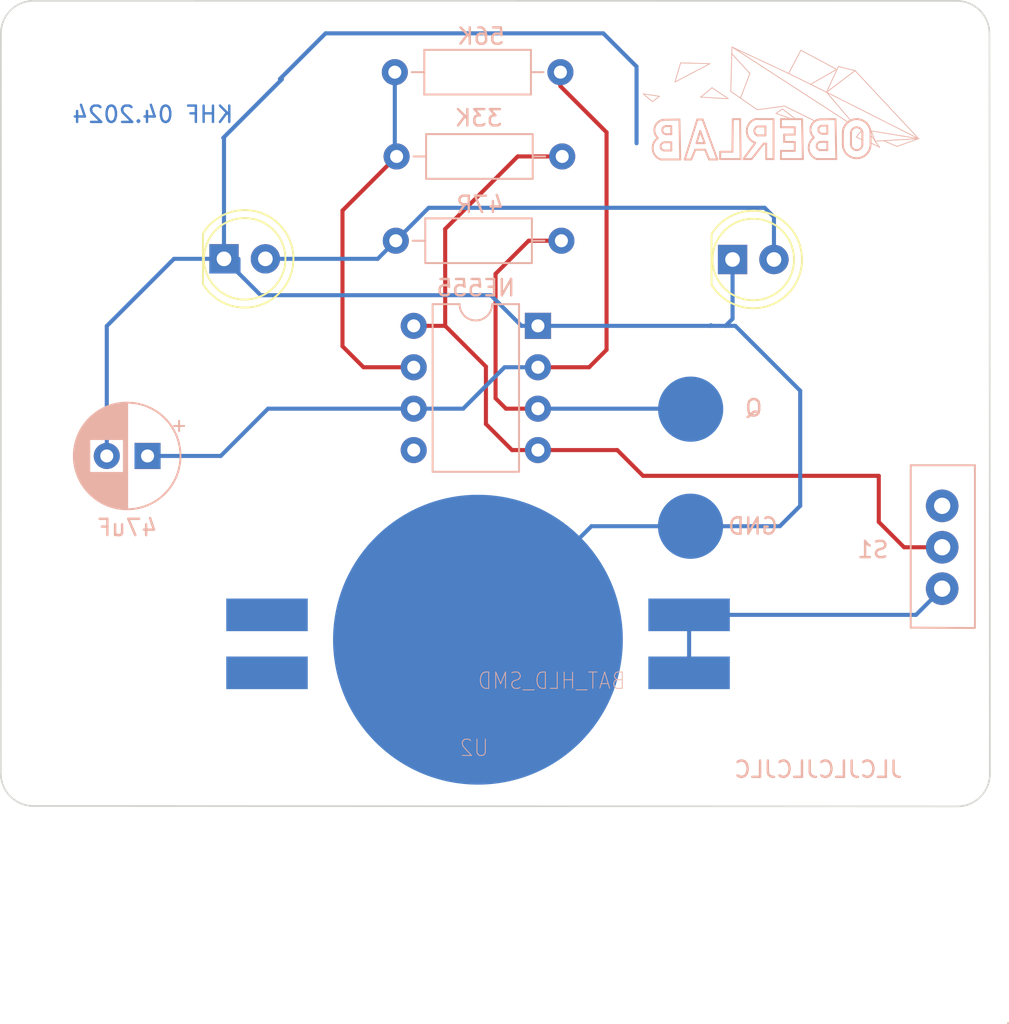
<source format=kicad_pcb>
(kicad_pcb (version 20221018) (generator pcbnew)
  (layers (0 "F.Cu" signal) (31 "B.Cu" signal) (34 "B.Paste" user) (35 "F.Paste" user) (36 "B.SilkS" user "B.Silkscreen") (37 "F.SilkS" user "F.Silkscreen") (38 "B.Mask" user) (39 "F.Mask" user) (44 "Edge.Cuts" user))
  (net 0 "")
  (net 1 "Net-(U1-THR)")
  (net 2 "Net-(D1-K)")
  (net 3 "Net-(D1-A)")
  (net 4 "Net-(U1-DIS)")
  (net 5 "Net-(S1-E)")
  (net 6 "Net-(U1-Q)")
  (net 7 "Net-(S1-A-Pad1)")
  (footprint "LED_THT:LED_D5.0mm" (layer "F.Cu") (at 142.88 59.87)
    (fp_text reference "D2")
    (fp_text value "LED")
    (fp_line (start -1.29 -1.545) (end -1.29 1.545) (stroke (width 0.12)) (layer "F.SilkS"))
    (fp_arc (start -1.29 -1.54483) (mid 2.072002 -2.880433) (end 4.26 0.000462) (stroke (width 0.12)) (layer "F.SilkS"))
    (fp_arc (start 4.26 -0.000462) (mid 2.072002 2.880433) (end -1.29 1.54483) (stroke (width 0.12)) (layer "F.SilkS"))
    (fp_circle (center 1.27 0) (end 3.77 0) (stroke (width 0.12)) (fill none) (layer "F.SilkS"))
    (pad "1" thru_hole rect (at 0 0) (size 1.8 1.8) (drill 0.9) (layers "*.Cu" "*.Mask") (net 2 "Net-(D1-K)"))
    (pad "2" thru_hole circle (at 2.54 0) (size 1.8 1.8) (drill 0.9) (layers "*.Cu" "*.Mask") (net 3 "Net-(D1-A)"))
  )
  (footprint "LED_THT:LED_D5.0mm" (layer "F.Cu") (at 111.68 59.83)
    (fp_text reference "D1")
    (fp_text value "LED")
    (fp_line (start -1.29 -1.545) (end -1.29 1.545) (stroke (width 0.12)) (layer "F.SilkS"))
    (fp_arc (start -1.29 -1.54483) (mid 2.072002 -2.880433) (end 4.26 0.000462) (stroke (width 0.12)) (layer "F.SilkS"))
    (fp_arc (start 4.26 -0.000462) (mid 2.072002 2.880433) (end -1.29 1.54483) (stroke (width 0.12)) (layer "F.SilkS"))
    (fp_circle (center 1.27 0) (end 3.77 0) (stroke (width 0.12)) (fill none) (layer "F.SilkS"))
    (pad "1" thru_hole rect (at 0 0) (size 1.8 1.8) (drill 0.9) (layers "*.Cu" "*.Mask") (net 2 "Net-(D1-K)"))
    (pad "2" thru_hole circle (at 2.54 0) (size 1.8 1.8) (drill 0.9) (layers "*.Cu" "*.Mask") (net 3 "Net-(D1-A)"))
  )
  (footprint "!Goody:ob-logo_B.SilkS" (layer "F.Cu") (at 151.17 67.66)
    (fp_text reference "G***" hide)
    (fp_text value "LOGO" hide)
    (fp_line (start -13.775 -17.95) (end -13.2 -17.475) (stroke (width 0.05)) (layer "B.SilkS"))
    (fp_line (start -13.2 -17.475) (end -12.775 -17.8) (stroke (width 0.05)) (layer "B.SilkS"))
    (fp_line (start -12.775 -17.8) (end -13.775 -17.95) (stroke (width 0.05)) (layer "B.SilkS"))
    (fp_line (start -12.45 -16.361395) (end -11.55 -16.375) (stroke (width 0.12)) (layer "B.SilkS"))
    (fp_line (start -12.050001 -14.97995) (end -12.450001 -14.97995) (stroke (width 0.12)) (layer "B.SilkS"))
    (fp_line (start -12.05 -15.975) (end -12.3 -15.975) (stroke (width 0.12)) (layer "B.SilkS"))
    (fp_line (start -12.05 -15.925) (end -12.05 -15.475) (stroke (width 0.12)) (layer "B.SilkS"))
    (fp_line (start -12.05 -15.475) (end -12.35 -15.475) (stroke (width 0.12)) (layer "B.SilkS"))
    (fp_line (start -12.05 -14.975) (end -12.05 -14.475) (stroke (width 0.12)) (layer "B.SilkS"))
    (fp_line (start -12.05 -14.475) (end -12.5 -14.475) (stroke (width 0.12)) (layer "B.SilkS"))
    (fp_line (start -11.825 -18.675) (end -11.475 -19.85) (stroke (width 0.05)) (layer "B.SilkS"))
    (fp_line (start -11.55 -16.375) (end -11.5 -13.925) (stroke (width 0.12)) (layer "B.SilkS"))
    (fp_line (start -11.5 -13.925) (end -12.7 -13.925) (stroke (width 0.12)) (layer "B.SilkS"))
    (fp_line (start -11.475 -19.85) (end -9.675 -19.8) (stroke (width 0.05)) (layer "B.SilkS"))
    (fp_line (start -11.225 -13.925) (end -10.45 -16.375) (stroke (width 0.12)) (layer "B.SilkS"))
    (fp_line (start -10.825 -13.925) (end -11.225 -13.925) (stroke (width 0.12)) (layer "B.SilkS"))
    (fp_line (start -10.575 -14.525) (end -10.825 -13.925) (stroke (width 0.12)) (layer "B.SilkS"))
    (fp_line (start -10.5 -14.925) (end -10.275 -15.675) (stroke (width 0.12)) (layer "B.SilkS"))
    (fp_line (start -10.45 -16.375) (end -10.125 -16.375) (stroke (width 0.12)) (layer "B.SilkS"))
    (fp_line (start -10.275 -15.675) (end -10 -14.925) (stroke (width 0.12)) (layer "B.SilkS"))
    (fp_line (start -10.25 -17.75) (end -8.575 -17.65) (stroke (width 0.05)) (layer "B.SilkS"))
    (fp_line (start -10.125 -16.375) (end -9.225 -13.925) (stroke (width 0.12)) (layer "B.SilkS"))
    (fp_line (start -10 -14.925) (end -10.5 -14.925) (stroke (width 0.12)) (layer "B.SilkS"))
    (fp_line (start -9.975 -14.525) (end -10.575 -14.525) (stroke (width 0.12)) (layer "B.SilkS"))
    (fp_line (start -9.725 -13.925) (end -9.975 -14.525) (stroke (width 0.12)) (layer "B.SilkS"))
    (fp_line (start -9.725 -13.925) (end -9.225 -13.925) (stroke (width 0.12)) (layer "B.SilkS"))
    (fp_line (start -9.675 -19.8) (end -11.825 -18.675) (stroke (width 0.05)) (layer "B.SilkS"))
    (fp_line (start -9.55 -18.325) (end -10.25 -17.75) (stroke (width 0.05)) (layer "B.SilkS"))
    (fp_line (start -9.05 -14.4) (end -9.05 -13.95) (stroke (width 0.12)) (layer "B.SilkS"))
    (fp_line (start -9.05 -13.95) (end -7.8 -13.95) (stroke (width 0.12)) (layer "B.SilkS"))
    (fp_line (start -8.55 -17.65) (end -9.55 -18.325) (stroke (width 0.05)) (layer "B.SilkS"))
    (fp_line (start -8.4 -18.1) (end -6.775 -16.975) (stroke (width 0.05)) (layer "B.SilkS"))
    (fp_line (start -8.35 -20.425) (end -7.225 -19.2) (stroke (width 0.05)) (layer "B.SilkS"))
    (fp_line (start -8.325 -20.825) (end -8.4 -18.1) (stroke (width 0.05)) (layer "B.SilkS"))
    (fp_line (start -8.3 -14.4) (end -9.05 -14.4) (stroke (width 0.12)) (layer "B.SilkS"))
    (fp_line (start -8.275 -16.4) (end -8.3 -14.4) (stroke (width 0.12)) (layer "B.SilkS"))
    (fp_line (start -7.825 -16.4) (end -8.275 -16.4) (stroke (width 0.12)) (layer "B.SilkS"))
    (fp_line (start -7.8 -13.95) (end -7.825 -16.4) (stroke (width 0.12)) (layer "B.SilkS"))
    (fp_line (start -7.625 -13.95) (end -6.925 -14.9) (stroke (width 0.12)) (layer "B.SilkS"))
    (fp_line (start -7.525 -13.95) (end -7.625 -13.95) (stroke (width 0.12)) (layer "B.SilkS"))
    (fp_line (start -7.225 -19.2) (end -7.8 -17.7) (stroke (width 0.05)) (layer "B.SilkS"))
    (fp_line (start -7.125 -13.95) (end -7.525 -13.95) (stroke (width 0.12)) (layer "B.SilkS"))
    (fp_line (start -6.883731 -16.405406) (end -5.775 -16.4) (stroke (width 0.12)) (layer "B.SilkS"))
    (fp_line (start -6.775 -16.975) (end -5.1 -17.2) (stroke (width 0.05)) (layer "B.SilkS"))
    (fp_line (start -6.725 -15.95) (end -6.275 -15.95) (stroke (width 0.12)) (layer "B.SilkS"))
    (fp_line (start -6.375 -14.9) (end -7.125 -13.95) (stroke (width 0.12)) (layer "B.SilkS"))
    (fp_line (start -6.275 -15.95) (end -6.275 -15.4) (stroke (width 0.12)) (layer "B.SilkS"))
    (fp_line (start -6.275 -15.4) (end -6.775 -15.4) (stroke (width 0.12)) (layer "B.SilkS"))
    (fp_line (start -6.225 -14.9) (end -6.375 -14.9) (stroke (width 0.12)) (layer "B.SilkS"))
    (fp_line (start -6.225 -13.95) (end -6.225 -14.9) (stroke (width 0.12)) (layer "B.SilkS"))
    (fp_line (start -5.775 -16.4) (end -5.775 -13.95) (stroke (width 0.12)) (layer "B.SilkS"))
    (fp_line (start -5.775 -13.95) (end -6.225 -13.95) (stroke (width 0.12)) (layer "B.SilkS"))
    (fp_line (start -5.625 -16.75) (end -4.65 -16.4) (stroke (width 0.05)) (layer "B.SilkS"))
    (fp_line (start -5.325 -16.4) (end -4.025 -16.4) (stroke (width 0.12)) (layer "B.SilkS"))
    (fp_line (start -5.325 -15.9) (end -5.325 -16.4) (stroke (width 0.12)) (layer "B.SilkS"))
    (fp_line (start -5.325 -14.45) (end -4.475 -14.45) (stroke (width 0.12)) (layer "B.SilkS"))
    (fp_line (start -5.325 -13.95) (end -5.325 -14.45) (stroke (width 0.12)) (layer "B.SilkS"))
    (fp_line (start -5.225 -17.025) (end -5.625 -16.75) (stroke (width 0.05)) (layer "B.SilkS"))
    (fp_line (start -5.125 -15.45) (end -4.475 -15.45) (stroke (width 0.12)) (layer "B.SilkS"))
    (fp_line (start -5.125 -15) (end -5.125 -15.45) (stroke (width 0.12)) (layer "B.SilkS"))
    (fp_line (start -5.1 -17.2) (end -3.275 -16.3) (stroke (width 0.05)) (layer "B.SilkS"))
    (fp_line (start -4.85 -19.2) (end -8.325 -20.825) (stroke (width 0.05)) (layer "B.SilkS"))
    (fp_line (start -4.85 -19.2) (end -2.525 -18.05) (stroke (width 0.05)) (layer "B.SilkS"))
    (fp_line (start -4.475 -15.9) (end -5.325 -15.9) (stroke (width 0.12)) (layer "B.SilkS"))
    (fp_line (start -4.475 -15.45) (end -4.475 -15.9) (stroke (width 0.12)) (layer "B.SilkS"))
    (fp_line (start -4.475 -15) (end -5.125 -15) (stroke (width 0.12)) (layer "B.SilkS"))
    (fp_line (start -4.475 -14.45) (end -4.475 -15) (stroke (width 0.12)) (layer "B.SilkS"))
    (fp_line (start -4.45 -16.425) (end -5.225 -17.025) (stroke (width 0.05)) (layer "B.SilkS"))
    (fp_line (start -4.1 -20.625) (end -4.85 -19.2) (stroke (width 0.05)) (layer "B.SilkS"))
    (fp_line (start -4.1 -20.625) (end -1.9 -19.45) (stroke (width 0.05)) (layer "B.SilkS"))
    (fp_line (start -4.075 -13.95) (end -5.325 -13.95) (stroke (width 0.12)) (layer "B.SilkS"))
    (fp_line (start -4.025 -16.4) (end -3.975 -13.95) (stroke (width 0.12)) (layer "B.SilkS"))
    (fp_line (start -3.975 -13.95) (end -4.075 -13.95) (stroke (width 0.12)) (layer "B.SilkS"))
    (fp_line (start -2.875 -16.386395) (end -1.975 -16.4) (stroke (width 0.12)) (layer "B.SilkS"))
    (fp_line (start -2.525 -18.05) (end -1.05 -16.325) (stroke (width 0.05)) (layer "B.SilkS"))
    (fp_line (start -2.525 -18.05) (end 3.125 -15.2) (stroke (width 0.05)) (layer "B.SilkS"))
    (fp_line (start -2.475001 -15.00495) (end -2.875001 -15.00495) (stroke (width 0.12)) (layer "B.SilkS"))
    (fp_line (start -2.475 -16) (end -2.725 -16) (stroke (width 0.12)) (layer "B.SilkS"))
    (fp_line (start -2.475 -15.95) (end -2.475 -15.5) (stroke (width 0.12)) (layer "B.SilkS"))
    (fp_line (start -2.475 -15.5) (end -2.775 -15.5) (stroke (width 0.12)) (layer "B.SilkS"))
    (fp_line (start -2.475 -15) (end -2.475 -14.5) (stroke (width 0.12)) (layer "B.SilkS"))
    (fp_line (start -2.475 -14.5) (end -2.925 -14.5) (stroke (width 0.12)) (layer "B.SilkS"))
    (fp_line (start -1.975 -16.4) (end -1.925 -13.95) (stroke (width 0.12)) (layer "B.SilkS"))
    (fp_line (start -1.925 -13.95) (end -3.125 -13.95) (stroke (width 0.12)) (layer "B.SilkS"))
    (fp_line (start -1.9 -19.45) (end -3.475 -18.55) (stroke (width 0.05)) (layer "B.SilkS"))
    (fp_line (start -1.8 -19.625) (end -2.525 -18.05) (stroke (width 0.05)) (layer "B.SilkS"))
    (fp_line (start -1.525 -15.55) (end -1.525 -14.85) (stroke (width 0.12)) (layer "B.SilkS"))
    (fp_line (start -1.225 -16.225) (end -8.325 -20.825) (stroke (width 0.05)) (layer "B.SilkS"))
    (fp_line (start -1.025 -15.55) (end -1.025 -14.9) (stroke (width 0.12)) (layer "B.SilkS"))
    (fp_line (start -0.775 -19.375) (end -2.525 -18.05) (stroke (width 0.05)) (layer "B.SilkS"))
    (fp_line (start -0.775 -19.375) (end -1.8 -19.625) (stroke (width 0.05)) (layer "B.SilkS"))
    (fp_line (start -0.7 -15.3) (end -0.325 -15.125) (stroke (width 0.05)) (layer "B.SilkS"))
    (fp_line (start -0.375 -15.7) (end -0.7 -15.3) (stroke (width 0.05)) (layer "B.SilkS"))
    (fp_line (start -0.325 -15.55) (end -0.325 -14.85) (stroke (width 0.12)) (layer "B.SilkS"))
    (fp_line (start 0.175 -14.95) (end 0.725 -14.675) (stroke (width 0.05)) (layer "B.SilkS"))
    (fp_line (start 0.175 -14.85) (end 0.175 -15.55) (stroke (width 0.12)) (layer "B.SilkS"))
    (fp_line (start 0.225 -15.675) (end 0.45 -15.05) (stroke (width 0.05)) (layer "B.SilkS"))
    (fp_line (start 0.45 -15.05) (end 3.125 -15.2) (stroke (width 0.05)) (layer "B.SilkS"))
    (fp_line (start 0.725 -14.675) (end 0.15 -15.475) (stroke (width 0.05)) (layer "B.SilkS"))
    (fp_line (start 1.8 -14.725) (end 0.975 -15.075) (stroke (width 0.05)) (layer "B.SilkS"))
    (fp_line (start 3.125 -15.2) (end -0.775 -19.375) (stroke (width 0.05)) (layer "B.SilkS"))
    (fp_line (start 3.125 -15.2) (end 0.225 -15.675) (stroke (width 0.05)) (layer "B.SilkS"))
    (fp_line (start 3.125 -15.2) (end 1.8 -14.725) (stroke (width 0.05)) (layer "B.SilkS"))
    (fp_arc (start -12.899999 -15.275001) (mid -13.037952 -15.968538) (end -12.45 -16.361395) (stroke (width 0.12)) (layer "B.SilkS"))
    (fp_arc (start -12.699999 -13.925001) (mid -13.186654 -14.525805) (end -12.876256 -15.233937) (stroke (width 0.12)) (layer "B.SilkS"))
    (fp_arc (start -12.499999 -14.475001) (mid -12.703709 -14.750121) (end -12.450001 -14.97995) (stroke (width 0.12)) (layer "B.SilkS"))
    (fp_arc (start -12.35 -15.475) (mid -12.598127 -15.755546) (end -12.289366 -15.967536) (stroke (width 0.12)) (layer "B.SilkS"))
    (fp_arc (start -6.899999 -14.950001) (mid -7.416844 -15.683572) (end -6.883731 -16.405406) (stroke (width 0.12)) (layer "B.SilkS"))
    (fp_arc (start -6.774999 -15.400001) (mid -6.952075 -15.675) (end -6.774999 -15.949999) (stroke (width 0.12)) (layer "B.SilkS"))
    (fp_arc (start -3.324999 -15.300001) (mid -3.462952 -15.993538) (end -2.875 -16.386395) (stroke (width 0.12)) (layer "B.SilkS"))
    (fp_arc (start -3.124999 -13.950001) (mid -3.611654 -14.550805) (end -3.301256 -15.258937) (stroke (width 0.12)) (layer "B.SilkS"))
    (fp_arc (start -2.924999 -14.500001) (mid -3.128709 -14.775121) (end -2.875001 -15.00495) (stroke (width 0.12)) (layer "B.SilkS"))
    (fp_arc (start -2.775 -15.5) (mid -3.023127 -15.780546) (end -2.714366 -15.992536) (stroke (width 0.12)) (layer "B.SilkS"))
    (fp_arc (start -1.525 -15.55) (mid -0.675 -16.4) (end 0.175 -15.55) (stroke (width 0.12)) (layer "B.SilkS"))
    (fp_arc (start -1.025 -15.55) (mid -0.675 -15.9) (end -0.325 -15.55) (stroke (width 0.12)) (layer "B.SilkS"))
    (fp_arc (start -0.325 -14.85) (mid -0.675 -14.5) (end -1.025 -14.85) (stroke (width 0.12)) (layer "B.SilkS"))
    (fp_arc (start 0.175 -14.85) (mid -0.675 -14) (end -1.525 -14.85) (stroke (width 0.12)) (layer "B.SilkS"))
    (fp_poly (pts (xy 8.544723 39.045226) (xy 8.608542 39.109045) (xy 8.672361 39.045226) (xy 8.608542 38.981407) (xy 8.544723 39.045226)) (stroke (width 0.01)) (fill solid) (layer "B.SilkS"))
  )
  (footprint "" (layer "F.Cu") (at 140.31 69.05)
    (fp_text reference "" (at 0 0) (layer "F.SilkS") (effects (font (size 1.27 1.27))))
    (fp_text value "" (at 0 0) (layer "F.SilkS") (effects (font (size 1.27 1.27))))
    (pad "1" smd circle (at 0 0 180) (size 4 4) (layers "B.Cu" "B.Paste" "B.Mask") (net 6 "Net-(U1-Q)"))
  )
  (footprint "Capacitor_THT:CP_Radial_D6.3mm_P2.50mm" (layer "B.Cu") (at 106.99 71.92 180)
    (fp_text reference "C1")
    (fp_text value "47uF" (at 1.25 -4.4) (layer "B.SilkS") (effects (justify mirror)))
    (fp_line (start -2.250241 1.839) (end -1.620241 1.839) (stroke (width 0.12)) (layer "B.SilkS"))
    (fp_line (start -1.935241 2.154) (end -1.935241 1.524) (stroke (width 0.12)) (layer "B.SilkS"))
    (fp_line (start 1.25 3.23) (end 1.25 -3.23) (stroke (width 0.12)) (layer "B.SilkS"))
    (fp_line (start 1.29 3.23) (end 1.29 -3.23) (stroke (width 0.12)) (layer "B.SilkS"))
    (fp_line (start 1.33 3.23) (end 1.33 -3.23) (stroke (width 0.12)) (layer "B.SilkS"))
    (fp_line (start 1.37 3.228) (end 1.37 -3.228) (stroke (width 0.12)) (layer "B.SilkS"))
    (fp_line (start 1.41 3.227) (end 1.41 -3.227) (stroke (width 0.12)) (layer "B.SilkS"))
    (fp_line (start 1.45 3.224) (end 1.45 -3.224) (stroke (width 0.12)) (layer "B.SilkS"))
    (fp_line (start 1.49 -1.04) (end 1.49 -3.222) (stroke (width 0.12)) (layer "B.SilkS"))
    (fp_line (start 1.49 3.222) (end 1.49 1.04) (stroke (width 0.12)) (layer "B.SilkS"))
    (fp_line (start 1.53 -1.04) (end 1.53 -3.218) (stroke (width 0.12)) (layer "B.SilkS"))
    (fp_line (start 1.53 3.218) (end 1.53 1.04) (stroke (width 0.12)) (layer "B.SilkS"))
    (fp_line (start 1.57 -1.04) (end 1.57 -3.215) (stroke (width 0.12)) (layer "B.SilkS"))
    (fp_line (start 1.57 3.215) (end 1.57 1.04) (stroke (width 0.12)) (layer "B.SilkS"))
    (fp_line (start 1.61 -1.04) (end 1.61 -3.211) (stroke (width 0.12)) (layer "B.SilkS"))
    (fp_line (start 1.61 3.211) (end 1.61 1.04) (stroke (width 0.12)) (layer "B.SilkS"))
    (fp_line (start 1.65 -1.04) (end 1.65 -3.206) (stroke (width 0.12)) (layer "B.SilkS"))
    (fp_line (start 1.65 3.206) (end 1.65 1.04) (stroke (width 0.12)) (layer "B.SilkS"))
    (fp_line (start 1.69 -1.04) (end 1.69 -3.201) (stroke (width 0.12)) (layer "B.SilkS"))
    (fp_line (start 1.69 3.201) (end 1.69 1.04) (stroke (width 0.12)) (layer "B.SilkS"))
    (fp_line (start 1.73 -1.04) (end 1.73 -3.195) (stroke (width 0.12)) (layer "B.SilkS"))
    (fp_line (start 1.73 3.195) (end 1.73 1.04) (stroke (width 0.12)) (layer "B.SilkS"))
    (fp_line (start 1.77 -1.04) (end 1.77 -3.189) (stroke (width 0.12)) (layer "B.SilkS"))
    (fp_line (start 1.77 3.189) (end 1.77 1.04) (stroke (width 0.12)) (layer "B.SilkS"))
    (fp_line (start 1.81 -1.04) (end 1.81 -3.182) (stroke (width 0.12)) (layer "B.SilkS"))
    (fp_line (start 1.81 3.182) (end 1.81 1.04) (stroke (width 0.12)) (layer "B.SilkS"))
    (fp_line (start 1.85 -1.04) (end 1.85 -3.175) (stroke (width 0.12)) (layer "B.SilkS"))
    (fp_line (start 1.85 3.175) (end 1.85 1.04) (stroke (width 0.12)) (layer "B.SilkS"))
    (fp_line (start 1.89 -1.04) (end 1.89 -3.167) (stroke (width 0.12)) (layer "B.SilkS"))
    (fp_line (start 1.89 3.167) (end 1.89 1.04) (stroke (width 0.12)) (layer "B.SilkS"))
    (fp_line (start 1.93 -1.04) (end 1.93 -3.159) (stroke (width 0.12)) (layer "B.SilkS"))
    (fp_line (start 1.93 3.159) (end 1.93 1.04) (stroke (width 0.12)) (layer "B.SilkS"))
    (fp_line (start 1.971 -1.04) (end 1.971 -3.15) (stroke (width 0.12)) (layer "B.SilkS"))
    (fp_line (start 1.971 3.15) (end 1.971 1.04) (stroke (width 0.12)) (layer "B.SilkS"))
    (fp_line (start 2.011 -1.04) (end 2.011 -3.141) (stroke (width 0.12)) (layer "B.SilkS"))
    (fp_line (start 2.011 3.141) (end 2.011 1.04) (stroke (width 0.12)) (layer "B.SilkS"))
    (fp_line (start 2.051 -1.04) (end 2.051 -3.131) (stroke (width 0.12)) (layer "B.SilkS"))
    (fp_line (start 2.051 3.131) (end 2.051 1.04) (stroke (width 0.12)) (layer "B.SilkS"))
    (fp_line (start 2.091 -1.04) (end 2.091 -3.121) (stroke (width 0.12)) (layer "B.SilkS"))
    (fp_line (start 2.091 3.121) (end 2.091 1.04) (stroke (width 0.12)) (layer "B.SilkS"))
    (fp_line (start 2.131 -1.04) (end 2.131 -3.11) (stroke (width 0.12)) (layer "B.SilkS"))
    (fp_line (start 2.131 3.11) (end 2.131 1.04) (stroke (width 0.12)) (layer "B.SilkS"))
    (fp_line (start 2.171 -1.04) (end 2.171 -3.098) (stroke (width 0.12)) (layer "B.SilkS"))
    (fp_line (start 2.171 3.098) (end 2.171 1.04) (stroke (width 0.12)) (layer "B.SilkS"))
    (fp_line (start 2.211 -1.04) (end 2.211 -3.086) (stroke (width 0.12)) (layer "B.SilkS"))
    (fp_line (start 2.211 3.086) (end 2.211 1.04) (stroke (width 0.12)) (layer "B.SilkS"))
    (fp_line (start 2.251 -1.04) (end 2.251 -3.074) (stroke (width 0.12)) (layer "B.SilkS"))
    (fp_line (start 2.251 3.074) (end 2.251 1.04) (stroke (width 0.12)) (layer "B.SilkS"))
    (fp_line (start 2.291 -1.04) (end 2.291 -3.061) (stroke (width 0.12)) (layer "B.SilkS"))
    (fp_line (start 2.291 3.061) (end 2.291 1.04) (stroke (width 0.12)) (layer "B.SilkS"))
    (fp_line (start 2.331 -1.04) (end 2.331 -3.047) (stroke (width 0.12)) (layer "B.SilkS"))
    (fp_line (start 2.331 3.047) (end 2.331 1.04) (stroke (width 0.12)) (layer "B.SilkS"))
    (fp_line (start 2.371 -1.04) (end 2.371 -3.033) (stroke (width 0.12)) (layer "B.SilkS"))
    (fp_line (start 2.371 3.033) (end 2.371 1.04) (stroke (width 0.12)) (layer "B.SilkS"))
    (fp_line (start 2.411 -1.04) (end 2.411 -3.018) (stroke (width 0.12)) (layer "B.SilkS"))
    (fp_line (start 2.411 3.018) (end 2.411 1.04) (stroke (width 0.12)) (layer "B.SilkS"))
    (fp_line (start 2.451 -1.04) (end 2.451 -3.002) (stroke (width 0.12)) (layer "B.SilkS"))
    (fp_line (start 2.451 3.002) (end 2.451 1.04) (stroke (width 0.12)) (layer "B.SilkS"))
    (fp_line (start 2.491 -1.04) (end 2.491 -2.986) (stroke (width 0.12)) (layer "B.SilkS"))
    (fp_line (start 2.491 2.986) (end 2.491 1.04) (stroke (width 0.12)) (layer "B.SilkS"))
    (fp_line (start 2.531 -1.04) (end 2.531 -2.97) (stroke (width 0.12)) (layer "B.SilkS"))
    (fp_line (start 2.531 2.97) (end 2.531 1.04) (stroke (width 0.12)) (layer "B.SilkS"))
    (fp_line (start 2.571 -1.04) (end 2.571 -2.952) (stroke (width 0.12)) (layer "B.SilkS"))
    (fp_line (start 2.571 2.952) (end 2.571 1.04) (stroke (width 0.12)) (layer "B.SilkS"))
    (fp_line (start 2.611 -1.04) (end 2.611 -2.934) (stroke (width 0.12)) (layer "B.SilkS"))
    (fp_line (start 2.611 2.934) (end 2.611 1.04) (stroke (width 0.12)) (layer "B.SilkS"))
    (fp_line (start 2.651 -1.04) (end 2.651 -2.916) (stroke (width 0.12)) (layer "B.SilkS"))
    (fp_line (start 2.651 2.916) (end 2.651 1.04) (stroke (width 0.12)) (layer "B.SilkS"))
    (fp_line (start 2.691 -1.04) (end 2.691 -2.896) (stroke (width 0.12)) (layer "B.SilkS"))
    (fp_line (start 2.691 2.896) (end 2.691 1.04) (stroke (width 0.12)) (layer "B.SilkS"))
    (fp_line (start 2.731 -1.04) (end 2.731 -2.876) (stroke (width 0.12)) (layer "B.SilkS"))
    (fp_line (start 2.731 2.876) (end 2.731 1.04) (stroke (width 0.12)) (layer "B.SilkS"))
    (fp_line (start 2.771 -1.04) (end 2.771 -2.856) (stroke (width 0.12)) (layer "B.SilkS"))
    (fp_line (start 2.771 2.856) (end 2.771 1.04) (stroke (width 0.12)) (layer "B.SilkS"))
    (fp_line (start 2.811 -1.04) (end 2.811 -2.834) (stroke (width 0.12)) (layer "B.SilkS"))
    (fp_line (start 2.811 2.834) (end 2.811 1.04) (stroke (width 0.12)) (layer "B.SilkS"))
    (fp_line (start 2.851 -1.04) (end 2.851 -2.812) (stroke (width 0.12)) (layer "B.SilkS"))
    (fp_line (start 2.851 2.812) (end 2.851 1.04) (stroke (width 0.12)) (layer "B.SilkS"))
    (fp_line (start 2.891 -1.04) (end 2.891 -2.79) (stroke (width 0.12)) (layer "B.SilkS"))
    (fp_line (start 2.891 2.79) (end 2.891 1.04) (stroke (width 0.12)) (layer "B.SilkS"))
    (fp_line (start 2.931 -1.04) (end 2.931 -2.766) (stroke (width 0.12)) (layer "B.SilkS"))
    (fp_line (start 2.931 2.766) (end 2.931 1.04) (stroke (width 0.12)) (layer "B.SilkS"))
    (fp_line (start 2.971 -1.04) (end 2.971 -2.742) (stroke (width 0.12)) (layer "B.SilkS"))
    (fp_line (start 2.971 2.742) (end 2.971 1.04) (stroke (width 0.12)) (layer "B.SilkS"))
    (fp_line (start 3.011 -1.04) (end 3.011 -2.716) (stroke (width 0.12)) (layer "B.SilkS"))
    (fp_line (start 3.011 2.716) (end 3.011 1.04) (stroke (width 0.12)) (layer "B.SilkS"))
    (fp_line (start 3.051 -1.04) (end 3.051 -2.69) (stroke (width 0.12)) (layer "B.SilkS"))
    (fp_line (start 3.051 2.69) (end 3.051 1.04) (stroke (width 0.12)) (layer "B.SilkS"))
    (fp_line (start 3.091 -1.04) (end 3.091 -2.664) (stroke (width 0.12)) (layer "B.SilkS"))
    (fp_line (start 3.091 2.664) (end 3.091 1.04) (stroke (width 0.12)) (layer "B.SilkS"))
    (fp_line (start 3.131 -1.04) (end 3.131 -2.636) (stroke (width 0.12)) (layer "B.SilkS"))
    (fp_line (start 3.131 2.636) (end 3.131 1.04) (stroke (width 0.12)) (layer "B.SilkS"))
    (fp_line (start 3.171 -1.04) (end 3.171 -2.607) (stroke (width 0.12)) (layer "B.SilkS"))
    (fp_line (start 3.171 2.607) (end 3.171 1.04) (stroke (width 0.12)) (layer "B.SilkS"))
    (fp_line (start 3.211 -1.04) (end 3.211 -2.578) (stroke (width 0.12)) (layer "B.SilkS"))
    (fp_line (start 3.211 2.578) (end 3.211 1.04) (stroke (width 0.12)) (layer "B.SilkS"))
    (fp_line (start 3.251 -1.04) (end 3.251 -2.548) (stroke (width 0.12)) (layer "B.SilkS"))
    (fp_line (start 3.251 2.548) (end 3.251 1.04) (stroke (width 0.12)) (layer "B.SilkS"))
    (fp_line (start 3.291 -1.04) (end 3.291 -2.516) (stroke (width 0.12)) (layer "B.SilkS"))
    (fp_line (start 3.291 2.516) (end 3.291 1.04) (stroke (width 0.12)) (layer "B.SilkS"))
    (fp_line (start 3.331 -1.04) (end 3.331 -2.484) (stroke (width 0.12)) (layer "B.SilkS"))
    (fp_line (start 3.331 2.484) (end 3.331 1.04) (stroke (width 0.12)) (layer "B.SilkS"))
    (fp_line (start 3.371 -1.04) (end 3.371 -2.45) (stroke (width 0.12)) (layer "B.SilkS"))
    (fp_line (start 3.371 2.45) (end 3.371 1.04) (stroke (width 0.12)) (layer "B.SilkS"))
    (fp_line (start 3.411 -1.04) (end 3.411 -2.416) (stroke (width 0.12)) (layer "B.SilkS"))
    (fp_line (start 3.411 2.416) (end 3.411 1.04) (stroke (width 0.12)) (layer "B.SilkS"))
    (fp_line (start 3.451 -1.04) (end 3.451 -2.38) (stroke (width 0.12)) (layer "B.SilkS"))
    (fp_line (start 3.451 2.38) (end 3.451 1.04) (stroke (width 0.12)) (layer "B.SilkS"))
    (fp_line (start 3.491 -1.04) (end 3.491 -2.343) (stroke (width 0.12)) (layer "B.SilkS"))
    (fp_line (start 3.491 2.343) (end 3.491 1.04) (stroke (width 0.12)) (layer "B.SilkS"))
    (fp_line (start 3.531 -1.04) (end 3.531 -2.305) (stroke (width 0.12)) (layer "B.SilkS"))
    (fp_line (start 3.531 2.305) (end 3.531 1.04) (stroke (width 0.12)) (layer "B.SilkS"))
    (fp_line (start 3.571 2.265) (end 3.571 -2.265) (stroke (width 0.12)) (layer "B.SilkS"))
    (fp_line (start 3.611 2.224) (end 3.611 -2.224) (stroke (width 0.12)) (layer "B.SilkS"))
    (fp_line (start 3.651 2.182) (end 3.651 -2.182) (stroke (width 0.12)) (layer "B.SilkS"))
    (fp_line (start 3.691 2.137) (end 3.691 -2.137) (stroke (width 0.12)) (layer "B.SilkS"))
    (fp_line (start 3.731 2.092) (end 3.731 -2.092) (stroke (width 0.12)) (layer "B.SilkS"))
    (fp_line (start 3.771 2.044) (end 3.771 -2.044) (stroke (width 0.12)) (layer "B.SilkS"))
    (fp_line (start 3.811 1.995) (end 3.811 -1.995) (stroke (width 0.12)) (layer "B.SilkS"))
    (fp_line (start 3.851 1.944) (end 3.851 -1.944) (stroke (width 0.12)) (layer "B.SilkS"))
    (fp_line (start 3.891 1.89) (end 3.891 -1.89) (stroke (width 0.12)) (layer "B.SilkS"))
    (fp_line (start 3.931 1.834) (end 3.931 -1.834) (stroke (width 0.12)) (layer "B.SilkS"))
    (fp_line (start 3.971 1.776) (end 3.971 -1.776) (stroke (width 0.12)) (layer "B.SilkS"))
    (fp_line (start 4.011 1.714) (end 4.011 -1.714) (stroke (width 0.12)) (layer "B.SilkS"))
    (fp_line (start 4.051 1.65) (end 4.051 -1.65) (stroke (width 0.12)) (layer "B.SilkS"))
    (fp_line (start 4.091 1.581) (end 4.091 -1.581) (stroke (width 0.12)) (layer "B.SilkS"))
    (fp_line (start 4.131 1.509) (end 4.131 -1.509) (stroke (width 0.12)) (layer "B.SilkS"))
    (fp_line (start 4.171 1.432) (end 4.171 -1.432) (stroke (width 0.12)) (layer "B.SilkS"))
    (fp_line (start 4.211 1.35) (end 4.211 -1.35) (stroke (width 0.12)) (layer "B.SilkS"))
    (fp_line (start 4.251 1.262) (end 4.251 -1.262) (stroke (width 0.12)) (layer "B.SilkS"))
    (fp_line (start 4.291 1.165) (end 4.291 -1.165) (stroke (width 0.12)) (layer "B.SilkS"))
    (fp_line (start 4.331 1.059) (end 4.331 -1.059) (stroke (width 0.12)) (layer "B.SilkS"))
    (fp_line (start 4.371 0.94) (end 4.371 -0.94) (stroke (width 0.12)) (layer "B.SilkS"))
    (fp_line (start 4.411 0.802) (end 4.411 -0.802) (stroke (width 0.12)) (layer "B.SilkS"))
    (fp_line (start 4.451 0.633) (end 4.451 -0.633) (stroke (width 0.12)) (layer "B.SilkS"))
    (fp_line (start 4.491 0.402) (end 4.491 -0.402) (stroke (width 0.12)) (layer "B.SilkS"))
    (fp_circle (center 1.25 0) (end 4.52 0) (stroke (width 0.12)) (fill none) (layer "B.SilkS"))
    (pad "1" thru_hole rect (at 0 0 180) (size 1.6 1.6) (drill 0.8) (layers "*.Cu" "*.Mask") (net 1 "Net-(U1-THR)"))
    (pad "2" thru_hole circle (at 2.5 0 180) (size 1.6 1.6) (drill 0.8) (layers "*.Cu" "*.Mask") (net 2 "Net-(D1-K)"))
  )
  (footprint "!Goody:LP" (layer "B.Cu") (at 140.3 76.23 180)
    (fp_text reference "GND" (at -3.83 0) (layer "B.SilkS") (effects (justify mirror)))
    (fp_text value "Q" (at -3.88 7.25) (layer "B.SilkS") (effects (justify mirror)))
    (pad "1" smd circle (at 0 0 180) (size 4 4) (layers "B.Cu" "B.Paste" "B.Mask") (net 2 "Net-(D1-K)"))
  )
  (footprint "Package_DIP:DIP-8_W7.62mm" (layer "B.Cu") (at 130.94 63.94 180)
    (fp_text reference "NE555" (at 3.81 2.33) (layer "B.SilkS") (effects (justify mirror)))
    (fp_text value "NE555P")
    (fp_line (start 1.16 -8.95) (end 6.46 -8.95) (stroke (width 0.12)) (layer "B.SilkS"))
    (fp_line (start 1.16 1.33) (end 1.16 -8.95) (stroke (width 0.12)) (layer "B.SilkS"))
    (fp_line (start 2.81 1.33) (end 1.16 1.33) (stroke (width 0.12)) (layer "B.SilkS"))
    (fp_line (start 6.46 -8.95) (end 6.46 1.33) (stroke (width 0.12)) (layer "B.SilkS"))
    (fp_line (start 6.46 1.33) (end 4.81 1.33) (stroke (width 0.12)) (layer "B.SilkS"))
    (fp_arc (start 2.81 1.33) (mid 3.81 0.33) (end 4.81 1.33) (stroke (width 0.12)) (layer "B.SilkS"))
    (pad "1" thru_hole rect (at 0 0 180) (size 1.6 1.6) (drill 0.8) (layers "*.Cu" "*.Mask") (net 2 "Net-(D1-K)"))
    (pad "2" thru_hole oval (at 0 -2.54 180) (size 1.6 1.6) (drill 0.8) (layers "*.Cu" "*.Mask") (net 1 "Net-(U1-THR)"))
    (pad "3" thru_hole oval (at 0 -5.08 180) (size 1.6 1.6) (drill 0.8) (layers "*.Cu" "*.Mask") (net 6 "Net-(U1-Q)"))
    (pad "4" thru_hole oval (at 0 -7.62 180) (size 1.6 1.6) (drill 0.8) (layers "*.Cu" "*.Mask") (net 5 "Net-(S1-E)"))
    (pad "5" thru_hole oval (at 7.62 -7.62 180) (size 1.6 1.6) (drill 0.8) (layers "*.Cu" "*.Mask"))
    (pad "6" thru_hole oval (at 7.62 -5.08 180) (size 1.6 1.6) (drill 0.8) (layers "*.Cu" "*.Mask") (net 1 "Net-(U1-THR)"))
    (pad "7" thru_hole oval (at 7.62 -2.54 180) (size 1.6 1.6) (drill 0.8) (layers "*.Cu" "*.Mask") (net 4 "Net-(U1-DIS)"))
    (pad "8" thru_hole oval (at 7.62 0 180) (size 1.6 1.6) (drill 0.8) (layers "*.Cu" "*.Mask") (net 5 "Net-(S1-E)"))
  )
  (footprint "!Goody:Micro_SchalterKHF" (layer "B.Cu") (at 155.74 80.06 90)
    (fp_text reference "S1" (at 2.39 -4.25) (layer "B.SilkS") (effects (justify mirror)))
    (fp_text value "Micro_Schalter")
    (fp_line (start -2.3876 -1.9304) (end -2.413 2.0066) (stroke (width 0.12)) (layer "B.SilkS"))
    (fp_line (start -2.3876 2.0066) (end 7.5692 2.0066) (stroke (width 0.12)) (layer "B.SilkS"))
    (fp_line (start 7.5692 -1.9304) (end -2.3876 -1.9304) (stroke (width 0.12)) (layer "B.SilkS"))
    (fp_line (start 7.5692 2.0066) (end 7.5692 -1.9304) (stroke (width 0.12)) (layer "B.SilkS"))
    (pad "1" thru_hole circle (at 0 0 90) (size 2 2) (drill 1) (layers "*.Cu" "*.Mask") (net 7 "Net-(S1-A-Pad1)"))
    (pad "2" thru_hole circle (at 2.54 0 90) (size 2 2) (drill 1) (layers "*.Cu" "*.Mask") (net 5 "Net-(S1-E)"))
    (pad "3" thru_hole circle (at 5.08 0 90) (size 2 2) (drill 1) (layers "*.Cu" "*.Mask"))
  )
  (footprint "Resistor_THT:R_Axial_DIN0207_L6.3mm_D2.5mm_P10.16mm_Horizontal" (layer "B.Cu") (at 132.32 48.38 180)
    (fp_text reference "R1")
    (fp_text value "56K" (at 4.87 2.2) (layer "B.SilkS") (effects (justify mirror)))
    (fp_line (start 1.04 0) (end 1.81 0) (stroke (width 0.12)) (layer "B.SilkS"))
    (fp_line (start 1.81 -1.37) (end 8.35 -1.37) (stroke (width 0.12)) (layer "B.SilkS"))
    (fp_line (start 1.81 1.37) (end 1.81 -1.37) (stroke (width 0.12)) (layer "B.SilkS"))
    (fp_line (start 8.35 -1.37) (end 8.35 1.37) (stroke (width 0.12)) (layer "B.SilkS"))
    (fp_line (start 8.35 1.37) (end 1.81 1.37) (stroke (width 0.12)) (layer "B.SilkS"))
    (fp_line (start 9.12 0) (end 8.35 0) (stroke (width 0.12)) (layer "B.SilkS"))
    (pad "1" thru_hole circle (at 0 0 180) (size 1.6 1.6) (drill 0.8) (layers "*.Cu" "*.Mask") (net 1 "Net-(U1-THR)"))
    (pad "2" thru_hole oval (at 10.16 0 180) (size 1.6 1.6) (drill 0.8) (layers "*.Cu" "*.Mask") (net 4 "Net-(U1-DIS)"))
  )
  (footprint "!Goody:BAT-HLD-SMD-Blech" (layer "B.Cu") (at 127.26 83.19 180)
    (fp_text reference "U2" (at 0.23 -6.64) (layer "B.SilkS") (effects (font (size 1 0.9) (thickness 0.05)) (justify mirror)))
    (fp_text value "BAT_HLD_SMD" (at -4.52 -2.52) (layer "B.SilkS") (effects (font (size 1 0.9) (thickness 0.05)) (justify mirror)))
    (pad "" smd rect (at -12.954 -2.032 180) (size 5 2) (layers "B.Cu" "B.Paste" "B.Mask") (net 7 "Net-(S1-A-Pad1)"))
    (pad "" smd rect (at -12.954 1.524 180) (size 5 2) (layers "B.Cu" "B.Paste" "B.Mask") (net 7 "Net-(S1-A-Pad1)"))
    (pad "1" smd rect (at 12.94 -2.032 180) (size 5 2) (layers "B.Cu" "B.Paste" "B.Mask"))
    (pad "1" smd rect (at 12.94 1.524 180) (size 5 2) (layers "B.Cu" "B.Paste" "B.Mask"))
    (pad "2" smd circle (at 0 0 180) (size 17.78 17.78) (layers "B.Cu" "B.Paste" "B.Mask") (net 2 "Net-(D1-K)"))
  )
  (footprint "Resistor_THT:R_Axial_DIN0207_L6.3mm_D2.5mm_P10.16mm_Horizontal" (layer "B.Cu") (at 132.43 53.55 180)
    (fp_text reference "R2")
    (fp_text value "33K" (at 5.13 2.36) (layer "B.SilkS") (effects (justify mirror)))
    (fp_line (start 1.04 0) (end 1.81 0) (stroke (width 0.12)) (layer "B.SilkS"))
    (fp_line (start 1.81 -1.37) (end 8.35 -1.37) (stroke (width 0.12)) (layer "B.SilkS"))
    (fp_line (start 1.81 1.37) (end 1.81 -1.37) (stroke (width 0.12)) (layer "B.SilkS"))
    (fp_line (start 8.35 -1.37) (end 8.35 1.37) (stroke (width 0.12)) (layer "B.SilkS"))
    (fp_line (start 8.35 1.37) (end 1.81 1.37) (stroke (width 0.12)) (layer "B.SilkS"))
    (fp_line (start 9.12 0) (end 8.35 0) (stroke (width 0.12)) (layer "B.SilkS"))
    (pad "1" thru_hole circle (at 0 0 180) (size 1.6 1.6) (drill 0.8) (layers "*.Cu" "*.Mask") (net 5 "Net-(S1-E)"))
    (pad "2" thru_hole oval (at 10.16 0 180) (size 1.6 1.6) (drill 0.8) (layers "*.Cu" "*.Mask") (net 4 "Net-(U1-DIS)"))
  )
  (footprint "Resistor_THT:R_Axial_DIN0207_L6.3mm_D2.5mm_P10.16mm_Horizontal" (layer "B.Cu") (at 132.38 58.72 180)
    (fp_text reference "R3")
    (fp_text value "47R" (at 4.99 2.22) (layer "B.SilkS") (effects (justify mirror)))
    (fp_line (start 1.04 0) (end 1.81 0) (stroke (width 0.12)) (layer "B.SilkS"))
    (fp_line (start 1.81 -1.37) (end 8.35 -1.37) (stroke (width 0.12)) (layer "B.SilkS"))
    (fp_line (start 1.81 1.37) (end 1.81 -1.37) (stroke (width 0.12)) (layer "B.SilkS"))
    (fp_line (start 8.35 -1.37) (end 8.35 1.37) (stroke (width 0.12)) (layer "B.SilkS"))
    (fp_line (start 8.35 1.37) (end 1.81 1.37) (stroke (width 0.12)) (layer "B.SilkS"))
    (fp_line (start 9.12 0) (end 8.35 0) (stroke (width 0.12)) (layer "B.SilkS"))
    (pad "1" thru_hole circle (at 0 0 180) (size 1.6 1.6) (drill 0.8) (layers "*.Cu" "*.Mask") (net 6 "Net-(U1-Q)"))
    (pad "2" thru_hole oval (at 10.16 0 180) (size 1.6 1.6) (drill 0.8) (layers "*.Cu" "*.Mask") (net 3 "Net-(D1-A)"))
  )
  (gr_arc (start 99.989214 93.39) (mid 98.575 92.804214) (end 97.989214 91.39) (stroke (width 0.1)) (layer "Edge.Cuts"))
  (gr_line (start 156.665786 93.415786) (end 99.989214 93.39) (stroke (width 0.1)) (layer "Edge.Cuts"))
  (gr_line (start 97.989214 91.39) (end 97.994214 46.004214) (stroke (width 0.1)) (layer "Edge.Cuts"))
  (gr_line (start 99.994214 44.004214) (end 156.64033 44.009937) (stroke (width 0.1)) (layer "Edge.Cuts"))
  (gr_arc (start 97.994214 46.004214) (mid 98.58 44.59) (end 99.994214 44.004214) (stroke (width 0.1)) (layer "Edge.Cuts"))
  (gr_line (start 158.64033 46.009937) (end 158.665786 91.415786) (stroke (width 0.1)) (layer "Edge.Cuts"))
  (gr_arc (start 158.665786 91.415786) (mid 158.08 92.83) (end 156.665786 93.415786) (stroke (width 0.1)) (layer "Edge.Cuts"))
  (gr_arc (start 156.64033 44.009937) (mid 158.054544 44.595723) (end 158.64033 46.009937) (stroke (width 0.1)) (layer "Edge.Cuts"))
  (gr_text "KHF 04.2024" (at 112.34 51.56) (layer "B.Cu") (effects (font (size 1 1)) (justify left bottom mirror)))
  (gr_text "JLCJLCJLCJLC" (at 153.38 91.73) (layer "B.SilkS") (effects (font (size 1 1)) (justify left bottom mirror)))
  (segment (start 135.15 65.41) (end 134.08 66.48) (width 0.25) (layer "F.Cu") (net 1))
  (segment (start 132.32 48.38) (end 132.32 49.24) (width 0.25) (layer "F.Cu") (net 1))
  (segment (start 135.15 52.07) (end 135.15 65.41) (width 0.25) (layer "F.Cu") (net 1))
  (segment (start 132.32 49.24) (end 135.15 52.07) (width 0.25) (layer "F.Cu") (net 1))
  (segment (start 134.08 66.48) (end 130.94 66.48) (width 0.25) (layer "F.Cu") (net 1))
  (segment (start 123.32 69.02) (end 114.38 69.02) (width 0.25) (layer "B.Cu") (net 1))
  (segment (start 128.89 66.48) (end 126.35 69.02) (width 0.25) (layer "B.Cu") (net 1))
  (segment (start 130.94 66.48) (end 128.89 66.48) (width 0.25) (layer "B.Cu") (net 1))
  (segment (start 114.38 69.02) (end 111.48 71.92) (width 0.25) (layer "B.Cu") (net 1))
  (segment (start 126.35 69.02) (end 123.32 69.02) (width 0.25) (layer "B.Cu") (net 1))
  (segment (start 111.48 71.92) (end 106.99 71.92) (width 0.25) (layer "B.Cu") (net 1))
  (segment (start 111.64 52.409261) (end 111.68 52.449261) (width 0.25) (layer "B.Cu") (net 2))
  (segment (start 140.3 76.23) (end 134.22 76.23) (width 0.25) (layer "B.Cu") (net 2))
  (segment (start 115.23 48.68) (end 115.23 48.819261) (width 0.25) (layer "B.Cu") (net 2))
  (segment (start 104.49 63.95) (end 104.49 71.92) (width 0.25) (layer "B.Cu") (net 2))
  (segment (start 134.22 76.23) (end 127.26 83.19) (width 0.25) (layer "B.Cu") (net 2))
  (segment (start 145.78 76.23) (end 140.3 76.23) (width 0.25) (layer "B.Cu") (net 2))
  (segment (start 142.88 63.51) (end 142.45 63.94) (width 0.25) (layer "B.Cu") (net 2))
  (segment (start 147.03 74.98) (end 145.78 76.23) (width 0.25) (layer "B.Cu") (net 2))
  (segment (start 112.57 59.83) (end 112.57 60.7) (width 0.25) (layer "B.Cu") (net 2))
  (segment (start 128.05 62.06) (end 129.93 63.94) (width 0.25) (layer "B.Cu") (net 2))
  (segment (start 134.95 46) (end 117.91 46) (width 0.25) (layer "B.Cu") (net 2))
  (segment (start 142.45 63.94) (end 143.05 63.94) (width 0.25) (layer "B.Cu") (net 2))
  (segment (start 141.56 63.9) (end 141.52 63.94) (width 0.25) (layer "B.Cu") (net 2))
  (segment (start 142.88 59.87) (end 142.88 63.51) (width 0.25) (layer "B.Cu") (net 2))
  (segment (start 113.93 62.06) (end 128.05 62.06) (width 0.25) (layer "B.Cu") (net 2))
  (segment (start 129.93 63.94) (end 130.94 63.94) (width 0.25) (layer "B.Cu") (net 2))
  (segment (start 136.99 52.74) (end 136.99 48.04) (width 0.25) (layer "B.Cu") (net 2))
  (segment (start 115.23 48.819261) (end 111.64 52.409261) (width 0.25) (layer "B.Cu") (net 2))
  (segment (start 141.52 63.94) (end 142.45 63.94) (width 0.25) (layer "B.Cu") (net 2))
  (segment (start 111.7 59.83) (end 113.93 62.06) (width 0.25) (layer "B.Cu") (net 2))
  (segment (start 147.03 67.92) (end 147.03 74.98) (width 0.25) (layer "B.Cu") (net 2))
  (segment (start 136.99 48.04) (end 134.95 46) (width 0.25) (layer "B.Cu") (net 2))
  (segment (start 108.61 59.83) (end 111.68 59.83) (width 0.25) (layer "B.Cu") (net 2))
  (segment (start 108.61 59.83) (end 104.49 63.95) (width 0.25) (layer "B.Cu") (net 2))
  (segment (start 111.68 59.83) (end 111.7 59.83) (width 0.25) (layer "B.Cu") (net 2))
  (segment (start 111.68 52.449261) (end 111.68 59.83) (width 0.25) (layer "B.Cu") (net 2))
  (segment (start 115.23 48.68) (end 115.11 48.8) (width 0.25) (layer "B.Cu") (net 2))
  (segment (start 117.91 46) (end 115.23 48.68) (width 0.25) (layer "B.Cu") (net 2))
  (segment (start 143.05 63.94) (end 147.03 67.92) (width 0.25) (layer "B.Cu") (net 2))
  (segment (start 130.94 63.94) (end 141.52 63.94) (width 0.25) (layer "B.Cu") (net 2))
  (segment (start 122.22 58.72) (end 124.24 56.7) (width 0.25) (layer "B.Cu") (net 3))
  (segment (start 145.42 57.27) (end 145.42 59.87) (width 0.25) (layer "B.Cu") (net 3))
  (segment (start 114.22 59.83) (end 121.11 59.83) (width 0.25) (layer "B.Cu") (net 3))
  (segment (start 144.85 56.7) (end 145.42 57.27) (width 0.25) (layer "B.Cu") (net 3))
  (segment (start 121.11 59.83) (end 122.22 58.72) (width 0.25) (layer "B.Cu") (net 3))
  (segment (start 124.24 56.7) (end 144.85 56.7) (width 0.25) (layer "B.Cu") (net 3))
  (segment (start 122.27 53.55) (end 118.95 56.87) (width 0.25) (layer "F.Cu") (net 4))
  (segment (start 118.95 56.87) (end 118.95 65.19) (width 0.25) (layer "F.Cu") (net 4))
  (segment (start 120.24 66.48) (end 123.32 66.48) (width 0.25) (layer "F.Cu") (net 4))
  (segment (start 118.95 65.19) (end 120.24 66.48) (width 0.25) (layer "F.Cu") (net 4))
  (segment (start 122.16 48.38) (end 122.16 53.44) (width 0.25) (layer "B.Cu") (net 4))
  (segment (start 122.16 53.44) (end 122.27 53.55) (width 0.25) (layer "B.Cu") (net 4))
  (segment (start 127.75 66.44) (end 127.75 69.96) (width 0.25) (layer "F.Cu") (net 5))
  (segment (start 135.81 71.56) (end 137.39 73.14) (width 0.25) (layer "F.Cu") (net 5))
  (segment (start 153.4 77.52) (end 155.74 77.52) (width 0.25) (layer "F.Cu") (net 5))
  (segment (start 127.75 69.96) (end 129.35 71.56) (width 0.25) (layer "F.Cu") (net 5))
  (segment (start 129.35 71.56) (end 130.94 71.56) (width 0.25) (layer "F.Cu") (net 5))
  (segment (start 132.43 53.55) (end 129.7 53.55) (width 0.25) (layer "F.Cu") (net 5))
  (segment (start 151.85 73.14) (end 151.85 75.97) (width 0.25) (layer "F.Cu") (net 5))
  (segment (start 123.32 63.94) (end 125.25 63.94) (width 0.25) (layer "F.Cu") (net 5))
  (segment (start 125.25 63.94) (end 127.75 66.44) (width 0.25) (layer "F.Cu") (net 5))
  (segment (start 125.25 58) (end 125.25 63.94) (width 0.25) (layer "F.Cu") (net 5))
  (segment (start 129.7 53.55) (end 125.25 58) (width 0.25) (layer "F.Cu") (net 5))
  (segment (start 130.94 71.56) (end 135.81 71.56) (width 0.25) (layer "F.Cu") (net 5))
  (segment (start 151.85 75.97) (end 153.4 77.52) (width 0.25) (layer "F.Cu") (net 5))
  (segment (start 137.39 73.14) (end 151.85 73.14) (width 0.25) (layer "F.Cu") (net 5))
  (segment (start 132.38 58.72) (end 130.37 58.72) (width 0.25) (layer "F.Cu") (net 6))
  (segment (start 128.98 69.02) (end 130.94 69.02) (width 0.25) (layer "F.Cu") (net 6))
  (segment (start 130.37 58.72) (end 128.34 60.75) (width 0.25) (layer "F.Cu") (net 6))
  (segment (start 128.34 68.38) (end 128.98 69.02) (width 0.25) (layer "F.Cu") (net 6))
  (segment (start 128.34 60.75) (end 128.34 68.38) (width 0.25) (layer "F.Cu") (net 6))
  (segment (start 130.94 69.02) (end 140.28 69.02) (width 0.25) (layer "B.Cu") (net 6))
  (segment (start 140.28 69.02) (end 140.31 69.05) (width 0.25) (layer "B.Cu") (net 6))
  (segment (start 140.214 81.666) (end 140.214 85.222) (width 0.25) (layer "B.Cu") (net 7))
  (segment (start 155.74 80.06) (end 154.134 81.666) (width 0.25) (layer "B.Cu") (net 7))
  (segment (start 154.134 81.666) (end 140.214 81.666) (width 0.25) (layer "B.Cu") (net 7))
)
</source>
